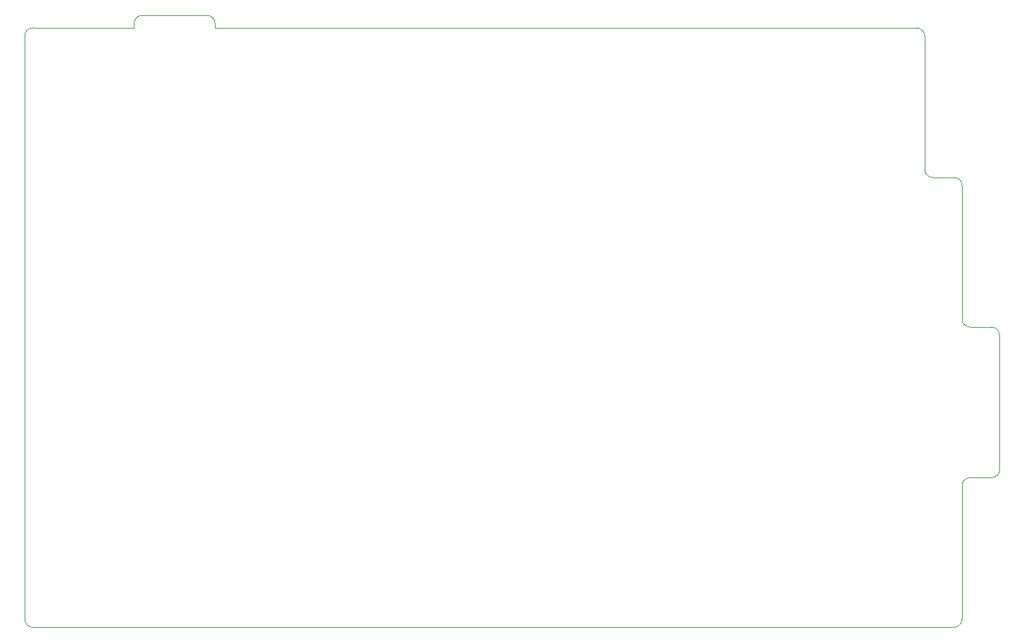
<source format=gbr>
%TF.GenerationSoftware,KiCad,Pcbnew,(6.0.0-rc1-dev-1291-g61b749f0b)*%
%TF.CreationDate,2018-12-05T20:52:08+02:00*%
%TF.ProjectId,TS48_left,54533438-5f6c-4656-9674-2e6b69636164,rev?*%
%TF.SameCoordinates,Original*%
%TF.FileFunction,Profile,NP*%
%FSLAX46Y46*%
G04 Gerber Fmt 4.6, Leading zero omitted, Abs format (unit mm)*
G04 Created by KiCad (PCBNEW (6.0.0-rc1-dev-1291-g61b749f0b)) date 12/5/2018 8:52:08 PM*
%MOMM*%
%LPD*%
G01*
G04 APERTURE LIST*
%ADD10C,0.100000*%
G04 APERTURE END LIST*
D10*
X90995500Y-142938500D02*
X208153000Y-142938500D01*
X89979500Y-67627500D02*
X89979500Y-141922500D01*
X103886000Y-66611500D02*
X90995500Y-66611500D01*
X114173000Y-66611500D02*
X203390500Y-66611500D01*
X204406500Y-84645500D02*
X204406500Y-67627500D01*
X208153000Y-85661500D02*
X205422500Y-85661500D01*
X209169000Y-103695500D02*
X209169000Y-86677500D01*
X212915500Y-104711500D02*
X210185000Y-104711500D01*
X213931500Y-122872500D02*
X213931500Y-105727500D01*
X212915500Y-123888500D02*
X210185000Y-123888500D01*
X209169000Y-141922500D02*
X209169000Y-124904500D01*
X209169000Y-141922500D02*
G75*
G02X208151731Y-142939769I-1017269J0D01*
G01*
X90995500Y-142938500D02*
G75*
G02X89978231Y-141921231I0J1017269D01*
G01*
X89979500Y-67627500D02*
G75*
G02X90996769Y-66610231I1017269J0D01*
G01*
X114173000Y-66040000D02*
X114173000Y-66611500D01*
X104902000Y-65024000D02*
X113157000Y-65024000D01*
X103886000Y-66040000D02*
X103886000Y-66611500D01*
X103884731Y-66041269D02*
G75*
G02X104902000Y-65024000I1017269J0D01*
G01*
X113155731Y-65022731D02*
G75*
G02X114173000Y-66040000I0J-1017269D01*
G01*
X203389231Y-66610231D02*
G75*
G02X204406500Y-67627500I0J-1017269D01*
G01*
X205422500Y-85661500D02*
G75*
G02X204405231Y-84644231I0J1017269D01*
G01*
X208153000Y-85661500D02*
G75*
G02X209170269Y-86678769I0J-1017269D01*
G01*
X210185000Y-104711500D02*
G75*
G02X209167731Y-103694231I0J1017269D01*
G01*
X212915500Y-104711500D02*
G75*
G02X213932769Y-105728769I0J-1017269D01*
G01*
X209167731Y-124905769D02*
G75*
G02X210185000Y-123888500I1017269J0D01*
G01*
X213931500Y-122872500D02*
G75*
G02X212914231Y-123889769I-1017269J0D01*
G01*
M02*

</source>
